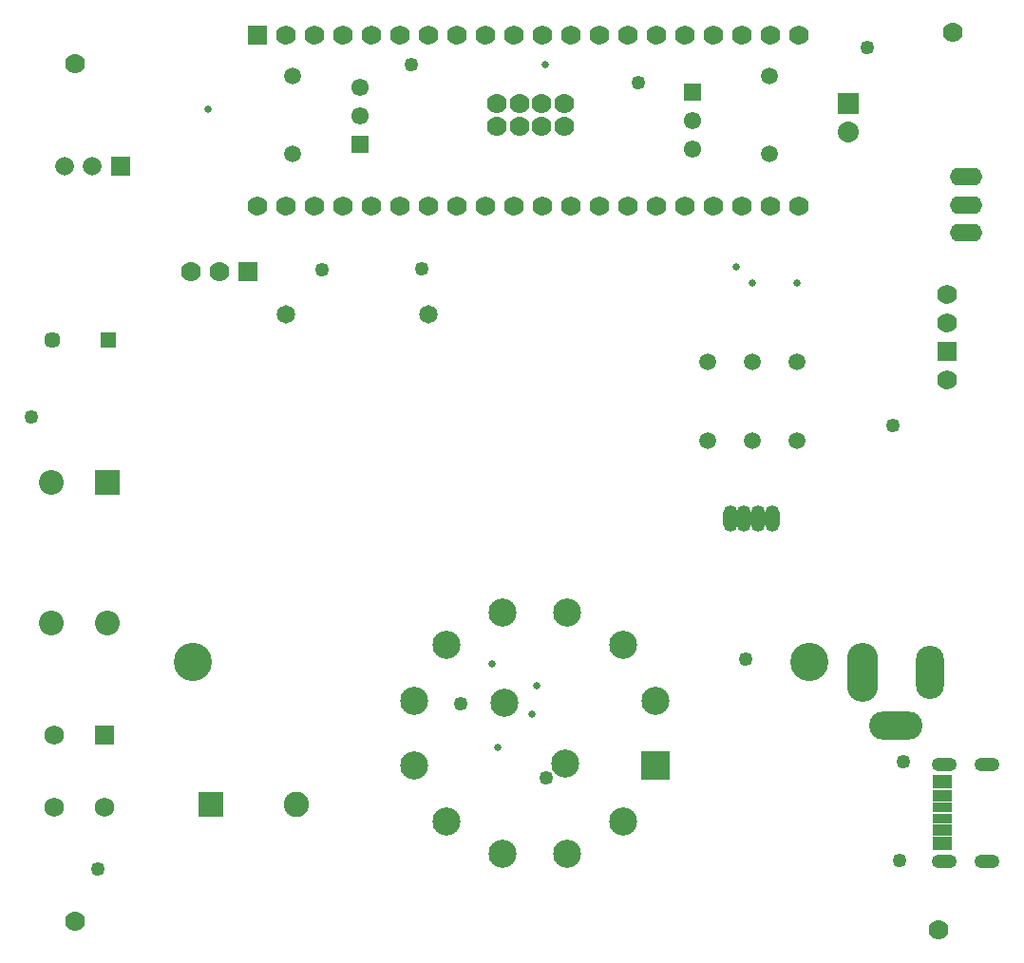
<source format=gbs>
G04*
G04 #@! TF.GenerationSoftware,Altium Limited,Altium Designer,23.9.2 (47)*
G04*
G04 Layer_Color=16711935*
%FSLAX25Y25*%
%MOIN*%
G70*
G04*
G04 #@! TF.SameCoordinates,96E2FA6D-A4E1-418B-AB96-812044D57736*
G04*
G04*
G04 #@! TF.FilePolarity,Negative*
G04*
G01*
G75*
%ADD18C,0.06937*%
%ADD19R,0.06937X0.06937*%
%ADD20R,0.09858X0.09858*%
%ADD21C,0.09858*%
%ADD22O,0.10843X0.20685*%
%ADD23O,0.09858X0.18717*%
%ADD24O,0.18717X0.09858*%
%ADD25C,0.13402*%
%ADD26C,0.06504*%
%ADD27C,0.05953*%
%ADD28R,0.05724X0.05724*%
%ADD29C,0.05724*%
%ADD30C,0.07000*%
%ADD31R,0.07000X0.07000*%
%ADD32O,0.08874X0.04937*%
%ADD33R,0.06937X0.06937*%
%ADD34C,0.06937*%
%ADD35R,0.08874X0.08874*%
%ADD36C,0.08874*%
%ADD37R,0.06898X0.06898*%
%ADD38C,0.06898*%
%ADD39R,0.08677X0.08677*%
%ADD40C,0.08677*%
%ADD41R,0.06110X0.06110*%
%ADD42C,0.06110*%
%ADD43C,0.07339*%
%ADD44R,0.07339X0.07339*%
%ADD45R,0.06543X0.06543*%
%ADD46C,0.06543*%
%ADD47O,0.11400X0.06200*%
%ADD48O,0.05173X0.09347*%
%ADD49C,0.04937*%
%ADD50C,0.02500*%
%ADD90R,0.06906X0.04543*%
%ADD91R,0.06906X0.04150*%
%ADD92R,0.06906X0.03756*%
D18*
X330000Y214000D02*
D03*
Y244000D02*
D03*
Y234000D02*
D03*
D19*
Y224000D02*
D03*
D20*
X227645Y78847D02*
D03*
D21*
X216334Y59256D02*
D03*
X196744Y47946D02*
D03*
X174123D02*
D03*
X154532Y59256D02*
D03*
X196151Y79440D02*
D03*
X143221Y78847D02*
D03*
Y101468D02*
D03*
X154532Y121059D02*
D03*
X174123Y132369D02*
D03*
X196744D02*
D03*
X216334Y121059D02*
D03*
X174715Y100875D02*
D03*
X227645Y101468D02*
D03*
D22*
X300394Y111417D02*
D03*
D23*
X324016D02*
D03*
D24*
X312205Y92913D02*
D03*
D25*
X281791Y114961D02*
D03*
X65256D02*
D03*
D26*
X147933Y237008D02*
D03*
X97933D02*
D03*
D27*
X277559Y220472D02*
D03*
Y192913D02*
D03*
X246063Y220472D02*
D03*
Y192913D02*
D03*
X261811D02*
D03*
Y220472D02*
D03*
X267717Y320866D02*
D03*
Y293307D02*
D03*
X100394Y320866D02*
D03*
Y293307D02*
D03*
D28*
X35842Y228000D02*
D03*
D29*
X16158D02*
D03*
D30*
X64646Y251969D02*
D03*
X74646D02*
D03*
X195669Y303150D02*
D03*
X172047D02*
D03*
X195669Y311024D02*
D03*
X187795D02*
D03*
X179921D02*
D03*
X187795Y303150D02*
D03*
X179921D02*
D03*
X172047Y311024D02*
D03*
X327000Y21000D02*
D03*
X24000Y24000D02*
D03*
X332000Y336000D02*
D03*
X24000Y325000D02*
D03*
D31*
X84646Y251969D02*
D03*
D32*
X344094Y45118D02*
D03*
Y79134D02*
D03*
X329134Y45118D02*
D03*
Y79134D02*
D03*
D33*
X88000Y335000D02*
D03*
D34*
X108000D02*
D03*
X118000D02*
D03*
X128000D02*
D03*
X138000D02*
D03*
X148000D02*
D03*
X158000D02*
D03*
X168000D02*
D03*
X178000D02*
D03*
X188000D02*
D03*
X198000D02*
D03*
X208000D02*
D03*
X218000D02*
D03*
X228000D02*
D03*
X238000D02*
D03*
X248000D02*
D03*
X258000D02*
D03*
X268000D02*
D03*
X278000D02*
D03*
Y275000D02*
D03*
X268000D02*
D03*
X258000D02*
D03*
X248000D02*
D03*
X238000D02*
D03*
X228000D02*
D03*
X218000D02*
D03*
X208000D02*
D03*
X198000D02*
D03*
X188000D02*
D03*
X178000D02*
D03*
X168000D02*
D03*
X158000D02*
D03*
X148000D02*
D03*
X138000D02*
D03*
X128000D02*
D03*
X118000D02*
D03*
X108000D02*
D03*
X98000D02*
D03*
X88000D02*
D03*
X98000Y335000D02*
D03*
D35*
X71653Y64961D02*
D03*
D36*
X101575D02*
D03*
D37*
X34449Y89567D02*
D03*
D38*
Y63976D02*
D03*
X16732Y89567D02*
D03*
Y63976D02*
D03*
D39*
X35433Y178150D02*
D03*
D40*
Y128937D02*
D03*
X15748Y178150D02*
D03*
Y128937D02*
D03*
D41*
X240827Y315118D02*
D03*
X124016Y296929D02*
D03*
D42*
X240827Y305118D02*
D03*
Y295118D02*
D03*
X124016Y306929D02*
D03*
Y316929D02*
D03*
D43*
X295276Y301181D02*
D03*
D44*
Y311181D02*
D03*
D45*
X40000Y289000D02*
D03*
D46*
X30158D02*
D03*
X20315D02*
D03*
D47*
X336614Y265748D02*
D03*
Y285433D02*
D03*
Y275590D02*
D03*
D48*
X253937Y165354D02*
D03*
X258858D02*
D03*
X263779D02*
D03*
X268701D02*
D03*
D49*
X310925Y198130D02*
D03*
X302067Y330709D02*
D03*
X221752Y318504D02*
D03*
X142028Y324902D02*
D03*
X145768Y252953D02*
D03*
X110630Y252658D02*
D03*
X8760Y201181D02*
D03*
X32185Y42323D02*
D03*
X159350Y100295D02*
D03*
X189370Y74508D02*
D03*
X313341Y45487D02*
D03*
X314711Y79952D02*
D03*
X259449Y116142D02*
D03*
D50*
X170408Y114567D02*
D03*
X186221Y106693D02*
D03*
X184252Y96850D02*
D03*
X172441Y85039D02*
D03*
X70866Y309055D02*
D03*
X255906Y253937D02*
D03*
X261811Y248031D02*
D03*
X277559D02*
D03*
X188976Y324803D02*
D03*
D90*
X328425Y72953D02*
D03*
Y51299D02*
D03*
D91*
Y56142D02*
D03*
Y68110D02*
D03*
D92*
Y64095D02*
D03*
Y60158D02*
D03*
M02*

</source>
